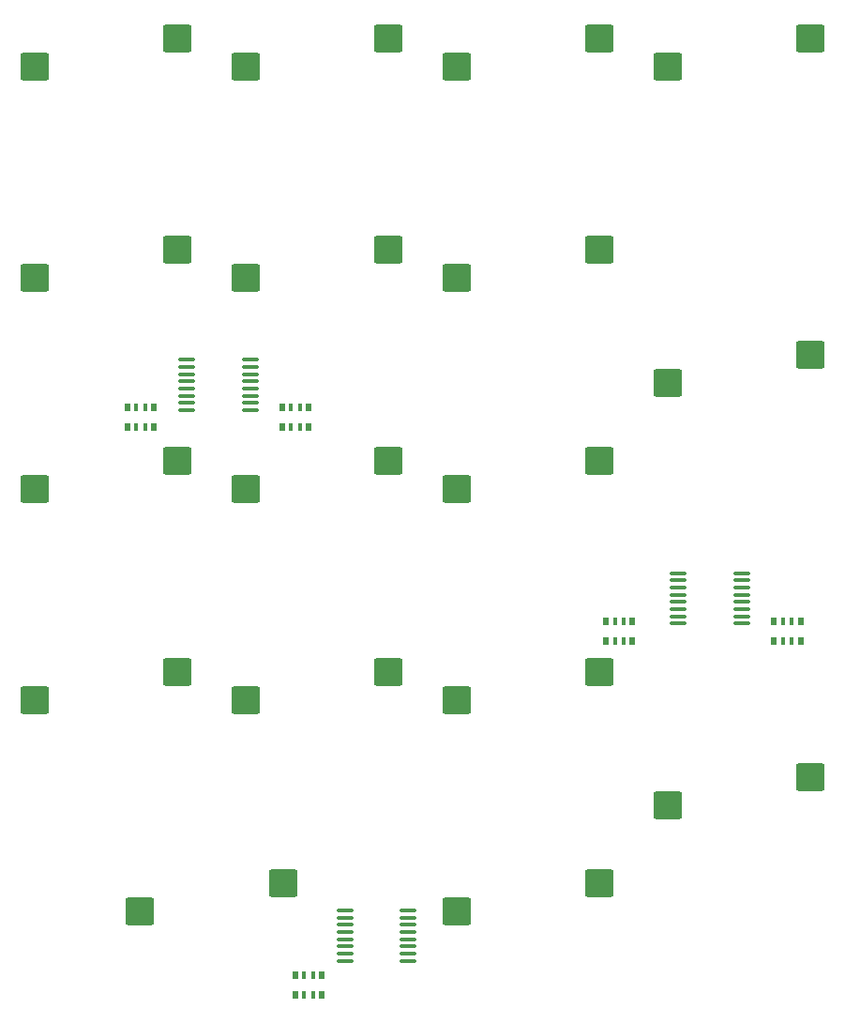
<source format=gbr>
%TF.GenerationSoftware,KiCad,Pcbnew,(7.0.0)*%
%TF.CreationDate,2023-03-18T14:12:53+09:00*%
%TF.ProjectId,hep-numpad,6865702d-6e75-46d7-9061-642e6b696361,rev?*%
%TF.SameCoordinates,Original*%
%TF.FileFunction,Paste,Bot*%
%TF.FilePolarity,Positive*%
%FSLAX46Y46*%
G04 Gerber Fmt 4.6, Leading zero omitted, Abs format (unit mm)*
G04 Created by KiCad (PCBNEW (7.0.0)) date 2023-03-18 14:12:53*
%MOMM*%
%LPD*%
G01*
G04 APERTURE LIST*
G04 Aperture macros list*
%AMRoundRect*
0 Rectangle with rounded corners*
0 $1 Rounding radius*
0 $2 $3 $4 $5 $6 $7 $8 $9 X,Y pos of 4 corners*
0 Add a 4 corners polygon primitive as box body*
4,1,4,$2,$3,$4,$5,$6,$7,$8,$9,$2,$3,0*
0 Add four circle primitives for the rounded corners*
1,1,$1+$1,$2,$3*
1,1,$1+$1,$4,$5*
1,1,$1+$1,$6,$7*
1,1,$1+$1,$8,$9*
0 Add four rect primitives between the rounded corners*
20,1,$1+$1,$2,$3,$4,$5,0*
20,1,$1+$1,$4,$5,$6,$7,0*
20,1,$1+$1,$6,$7,$8,$9,0*
20,1,$1+$1,$8,$9,$2,$3,0*%
G04 Aperture macros list end*
%ADD10RoundRect,0.200000X-1.075000X-1.050000X1.075000X-1.050000X1.075000X1.050000X-1.075000X1.050000X0*%
%ADD11RoundRect,0.100000X-0.637500X-0.100000X0.637500X-0.100000X0.637500X0.100000X-0.637500X0.100000X0*%
%ADD12R,0.500000X0.800000*%
%ADD13R,0.400000X0.800000*%
G04 APERTURE END LIST*
D10*
%TO.C,SW7*%
X100865000Y-91280000D03*
X113792000Y-88740000D03*
%TD*%
%TO.C,SW17*%
X91340000Y-129380000D03*
X104267000Y-126840000D03*
%TD*%
%TO.C,SW8*%
X100865000Y-110330000D03*
X113792000Y-107790000D03*
%TD*%
%TO.C,SW5*%
X100865000Y-53180000D03*
X113792000Y-50640000D03*
%TD*%
%TO.C,SW12*%
X119915000Y-110330000D03*
X132842000Y-107790000D03*
%TD*%
%TO.C,SW14*%
X138965000Y-81755000D03*
X151892000Y-79215000D03*
%TD*%
%TO.C,SW3*%
X81815000Y-91280000D03*
X94742000Y-88740000D03*
%TD*%
%TO.C,SW9*%
X119915000Y-53180000D03*
X132842000Y-50640000D03*
%TD*%
%TO.C,SW10*%
X119915000Y-72230000D03*
X132842000Y-69690000D03*
%TD*%
%TO.C,SW1*%
X81815000Y-53180000D03*
X94742000Y-50640000D03*
%TD*%
%TO.C,SW4*%
X81815000Y-110330000D03*
X94742000Y-107790000D03*
%TD*%
%TO.C,SW6*%
X100865000Y-72230000D03*
X113792000Y-69690000D03*
%TD*%
%TO.C,SW16*%
X119915000Y-129380000D03*
X132842000Y-126840000D03*
%TD*%
%TO.C,SW2*%
X81815000Y-72230000D03*
X94742000Y-69690000D03*
%TD*%
%TO.C,SW11*%
X119915000Y-91280000D03*
X132842000Y-88740000D03*
%TD*%
%TO.C,SW15*%
X138965000Y-119855000D03*
X151892000Y-117315000D03*
%TD*%
%TO.C,SW13*%
X138965000Y-53180000D03*
X151892000Y-50640000D03*
%TD*%
D11*
%TO.C,U3*%
X109848400Y-133872700D03*
X109848400Y-133222700D03*
X109848400Y-132572700D03*
X109848400Y-131922700D03*
X109848400Y-131272700D03*
X109848400Y-130622700D03*
X109848400Y-129972700D03*
X109848400Y-129322700D03*
X115573400Y-129322700D03*
X115573400Y-129972700D03*
X115573400Y-130622700D03*
X115573400Y-131272700D03*
X115573400Y-131922700D03*
X115573400Y-132572700D03*
X115573400Y-133222700D03*
X115573400Y-133872700D03*
%TD*%
%TO.C,U2*%
X139979000Y-103454500D03*
X139979000Y-102804500D03*
X139979000Y-102154500D03*
X139979000Y-101504500D03*
X139979000Y-100854500D03*
X139979000Y-100204500D03*
X139979000Y-99554500D03*
X139979000Y-98904500D03*
X145704000Y-98904500D03*
X145704000Y-99554500D03*
X145704000Y-100204500D03*
X145704000Y-100854500D03*
X145704000Y-101504500D03*
X145704000Y-102154500D03*
X145704000Y-102804500D03*
X145704000Y-103454500D03*
%TD*%
D12*
%TO.C,RN4*%
X148607499Y-103211499D03*
D13*
X149407499Y-103211499D03*
X150207499Y-103211499D03*
D12*
X151007499Y-103211499D03*
X151007499Y-105011499D03*
D13*
X150207499Y-105011499D03*
X149407499Y-105011499D03*
D12*
X148607499Y-105011499D03*
%TD*%
%TO.C,RN2*%
X104176499Y-83907499D03*
D13*
X104976499Y-83907499D03*
X105776499Y-83907499D03*
D12*
X106576499Y-83907499D03*
X106576499Y-85707499D03*
D13*
X105776499Y-85707499D03*
X104976499Y-85707499D03*
D12*
X104176499Y-85707499D03*
%TD*%
%TO.C,RN1*%
X92611499Y-85707499D03*
D13*
X91811499Y-85707499D03*
X91011499Y-85707499D03*
D12*
X90211499Y-85707499D03*
X90211499Y-83907499D03*
D13*
X91011499Y-83907499D03*
X91811499Y-83907499D03*
D12*
X92611499Y-83907499D03*
%TD*%
%TO.C,RN5*%
X107773399Y-136968099D03*
D13*
X106973399Y-136968099D03*
X106173399Y-136968099D03*
D12*
X105373399Y-136968099D03*
X105373399Y-135168099D03*
D13*
X106173399Y-135168099D03*
X106973399Y-135168099D03*
D12*
X107773399Y-135168099D03*
%TD*%
D11*
%TO.C,U1*%
X95562500Y-84188750D03*
X95562500Y-83538750D03*
X95562500Y-82888750D03*
X95562500Y-82238750D03*
X95562500Y-81588750D03*
X95562500Y-80938750D03*
X95562500Y-80288750D03*
X95562500Y-79638750D03*
X101287500Y-79638750D03*
X101287500Y-80288750D03*
X101287500Y-80938750D03*
X101287500Y-81588750D03*
X101287500Y-82238750D03*
X101287500Y-82888750D03*
X101287500Y-83538750D03*
X101287500Y-84188750D03*
%TD*%
D12*
%TO.C,RN3*%
X135825999Y-105011499D03*
D13*
X135025999Y-105011499D03*
X134225999Y-105011499D03*
D12*
X133425999Y-105011499D03*
X133425999Y-103211499D03*
D13*
X134225999Y-103211499D03*
X135025999Y-103211499D03*
D12*
X135825999Y-103211499D03*
%TD*%
M02*

</source>
